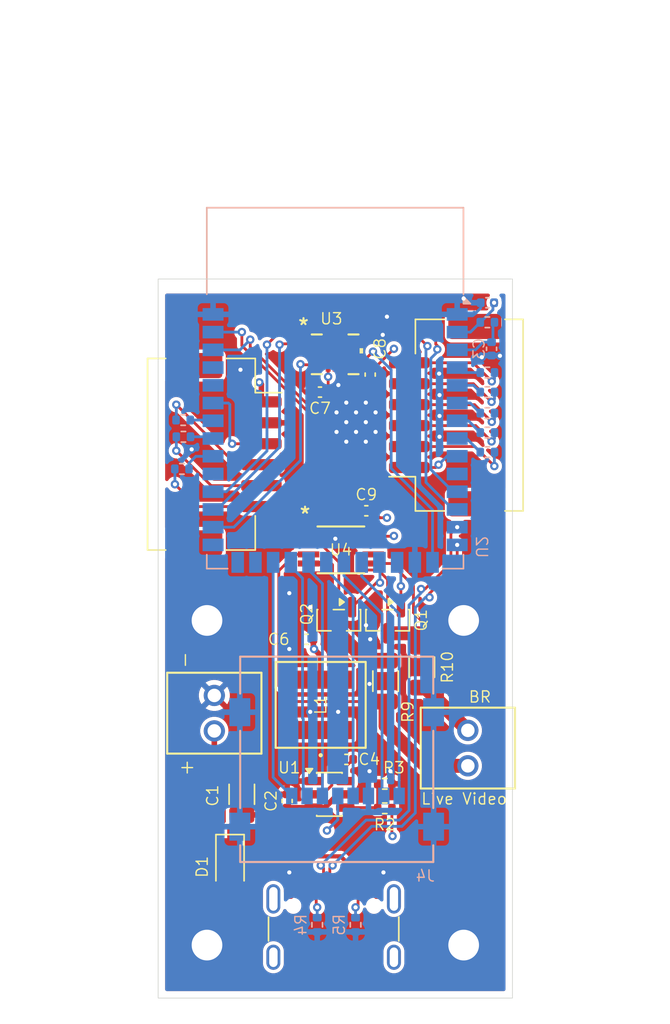
<source format=kicad_pcb>
(kicad_pcb (version 20241229) (generator "pcbnew") (generator_version "9.0")
  (layers (0 "F.Cu" signal) (4 "In1.Cu" signal) (6 "In2.Cu" signal) (2 "B.Cu" signal) (13 "F.Paste" user) (15 "B.Paste" user) (5 "F.SilkS" user "F.Silkscreen") (7 "B.SilkS" user "B.Silkscreen") (1 "F.Mask" user) (3 "B.Mask" user) (25 "Edge.Cuts" user))
  (net 0 "")
  (net 1 "VBUS")
  (net 2 "GND")
  (net 3 "Net-(U1-CB)")
  (net 4 "Net-(U1-SW)")
  (net 5 "+3.3V")
  (net 6 "Net-(D1-A)")
  (net 7 "USB_D-")
  (net 9 "USB_D+")
  (net 11 "Net-(J5-CC2)")
  (net 13 "Remote Start 1")
  (net 14 "Remote Start 2")
  (net 15 "Net-(U2-EN)")
  (net 16 "Net-(U1-FB)")
  (net 17 "Net-(J5-CC1)")
  (net 22 "Net-(J1-Pin_6)")
  (net 25 "LSM_CS")
  (net 26 "LSM_MISO")
  (net 27 "LSM_INT2")
  (net 28 "LSM_INT1")
  (net 29 "LSM_MOSI")
  (net 31 "FIN_CS3")
  (net 32 "FIN_CS2")
  (net 36 "FIN_CS1")
  (net 37 "FIN_CS4")
  (net 38 "FIN_SCK")
  (net 39 "FIN_MOSI")
  (net 40 "FIN_CLK")
  (net 41 "FIN_DRDY")
  (net 42 "FIN_MISO")
  (net 43 "FIN_RST")
  (net 45 "LSM_SCK")
  (net 46 "Net-(J6-Pin_2)")
  (net 47 "Net-(J6-Pin_1)")
  (net 48 "SD_DAT3")
  (net 49 "SD_DAT2")
  (net 50 "SD_CLK")
  (net 51 "SD_DAT1")
  (net 52 "SD_DAT0")
  (net 53 "SD_CMD")
  (net 54 "Net-(J1-Pin_4)")
  (net 55 "Net-(J2-Pin_2)")
  (net 56 "IMP_OUT1")
  (net 58 "IMP_OUT2")
  (net 59 "Net-(Q1-D)")
  (net 60 "Net-(Q2-D)")
  (net 61 "Net-(J1-Pin_5)")
  (net 62 "Net-(J2-Pin_6)")
  (net 63 "Net-(J2-Pin_4)")
  (net 64 "Net-(J2-Pin_3)")
  (net 65 "Net-(J2-Pin_5)")
  (footprint "Connector_USB:USB_C_Receptacle_GCT_USB4105-xx-A_16P_TopMnt_Horizontal" (layer "F.Cu") (at 144.661895 126.246555)
    (property "Reference" "J5" (hide yes))
    (property "Value" "USB_C_Receptacle_USB2.0_16P")
  )
  (footprint "MountingHole:MountingHole_2.2mm_M2_DIN965_Pad" (layer "F.Cu") (at 153.982 103.2)
    (property "Reference" "H2" (hide yes))
    (property "Value" "MountingHole_Pad" (hide yes))
  )
  (footprint "Resistor_SMD:R_0402_1005Metric" (layer "F.Cu") (at 148.326895 114.901555)
    (property "Reference" "R3")
    (property "Value" "22.1k")
  )
  (footprint "Resistor_SMD:R_1206_3216Metric" (layer "F.Cu") (at 150.981895 106.546555 -90)
    (property "Reference" "R10")
    (property "Value" "100 mOhm")
  )
  (footprint "Connector_JST:JST_ZE_SM06B-ZESS-TB_1x06-1MP_P1.50mm_Horizontal" (layer "F.Cu") (at 136.906895 91.296555 -90)
    (property "Reference" "J1" (hide yes))
    (property "Value" "Conn_01x06_Pin")
  )
  (footprint "Library:CONN2_282834-2_TEC" (layer "F.Cu") (at 136.106895 108.571555 -90)
    (property "Reference" "J3" (hide yes))
    (property "Value" "Power Connector")
  )
  (footprint "Capacitor_SMD:C_0402_1005Metric" (layer "F.Cu") (at 143.681895 86.846555 180)
    (property "Reference" "C7")
    (property "Value" "100nF")
  )
  (footprint "Package_TO_SOT_SMD:SOT-23" (layer "F.Cu") (at 145.031895 103.184055 -90)
    (property "Reference" "Q2")
    (property "Value" "DMN3404L")
  )
  (footprint "MountingHole:MountingHole_2.2mm_M2_DIN965_Pad" (layer "F.Cu") (at 153.982 126.45)
    (property "Reference" "H4" (hide yes))
    (property "Value" "MountingHole_Pad" (hide yes))
  )
  (footprint "Library:DGK8_TEX-M" (layer "F.Cu") (at 145.181895 98.146555)
    (property "Reference" "U4")
    (property "Value" "INA2180A1IDGKR")
  )
  (footprint "Capacitor_SMD:C_0402_1005Metric" (layer "F.Cu") (at 147.001895 95.346555)
    (property "Reference" "C9")
    (property "Value" "0.1uF")
  )
  (footprint "Capacitor_SMD:C_0402_1005Metric" (layer "F.Cu") (at 145.576895 113.151555 180)
    (property "Reference" "C4")
    (property "Value" "100nF")
  )
  (footprint "MountingHole:MountingHole_2.2mm_M2_DIN965_Pad" (layer "F.Cu") (at 135.582 103.2)
    (property "Reference" "H1" (hide yes))
    (property "Value" "MountingHole_Pad" (hide yes))
  )
  (footprint "Resistor_SMD:R_1206_3216Metric" (layer "F.Cu") (at 148.381895 107.546555 90)
    (property "Reference" "R9")
    (property "Value" "100 mOhm")
  )
  (footprint "Library:LGA-14L_2P5X3X0P83_STM-M" (layer "F.Cu") (at 144.7676 84.140255)
    (property "Reference" "U3")
    (property "Value" "LSM6DSO32TR")
  )
  (footprint "Diode_SMD:D_PowerDI-123" (layer "F.Cu") (at 137.231895 120.846555 -90)
    (property "Reference" "D1")
    (property "Value" "DFLS160-7")
  )
  (footprint "Capacitor_SMD:C_0402_1005Metric" (layer "F.Cu") (at 147.281895 85.59311 -90)
    (property "Reference" "C8")
    (property "Value" "100nF")
  )
  (footprint "MountingHole:MountingHole_2.2mm_M2_DIN965_Pad" (layer "F.Cu") (at 135.582 126.45)
    (property "Reference" "H3" (hide yes))
    (property "Value" "MountingHole_Pad" (hide yes))
  )
  (footprint "Capacitor_SMD:C_1206_3216Metric" (layer "F.Cu") (at 138.076895 115.651555 90)
    (property "Reference" "C1")
    (property "Value" "33uF")
  )
  (footprint "Library:IND_EXLA1V0505-220-R_EAT" (layer "F.Cu") (at 143.731895 109.246555 90)
    (property "Reference" "L1")
    (property "Value" "6.8uH")
  )
  (footprint "Capacitor_SMD:C_0402_1005Metric" (layer "F.Cu") (at 141.326895 116.131555 90)
    (property "Reference" "C2")
    (property "Value" "100nF")
  )
  (footprint "Library:CONN2_282834-2_TEC" (layer "F.Cu") (at 154.281895 113.611655 90)
    (property "Reference" "J6" (hide yes))
    (property "Value" "Conn_01x02_Pin")
  )
  (footprint "Package_TO_SOT_SMD:SOT-23" (layer "F.Cu") (at 148.531895 103.184055 -90)
    (property "Reference" "Q1")
    (property "Value" "DMN3404L")
  )
  (footprint "Connector_JST:JST_ZE_SM06B-ZESS-TB_1x06-1MP_P1.50mm_Horizontal" (layer "F.Cu") (at 152.656895 88.496555 90)
    (property "Reference" "J2" (hide yes))
    (property "Value" "Conn_01x06_Pin")
  )
  (footprint "Package_TO_SOT_SMD:SOT-23-6" (layer "F.Cu") (at 144.3575 115.655)
    (property "Reference" "U1")
    (property "Value" "LMR51420X")
  )
  (footprint "Capacitor_SMD:C_0402_1005Metric" (layer "F.Cu") (at 142.727129 104.551234 180)
    (property "Reference" "C6")
    (property "Value" "47uF")
  )
  (footprint "Resistor_SMD:R_0402_1005Metric" (layer "F.Cu") (at 148.326895 116.651555 180)
    (property "Reference" "R2")
    (property "Value" "100k")
  )
  (footprint "Capacitor_SMD:C_0402_1005Metric" (layer "B.Cu") (at 155.681895 80.446555 180)
    (property "Reference" "C5" (hide yes))
    (property "Value" "100nF")
  )
  (footprint "Resistor_SMD:R_0402_1005Metric" (layer "B.Cu") (at 155.681895 88.346555 180)
    (property "Reference" "R14" (hide yes))
    (property "Value" "200 Ohm")
  )
  (footprint "Resistor_SMD:R_0402_1005Metric" (layer "B.Cu") (at 133.891895 90.046555)
    (property "Reference" "R11" (hide yes))
    (property "Value" "200 Ohm")
  )
  (footprint "Resistor_SMD:R_0402_1005Metric" (layer "B.Cu") (at 155.681895 81.846555)
    (property "Reference" "R1" (hide yes))
    (property "Value" "100k")
  )
  (footprint "Resistor_SMD:R_0402_1005Metric" (layer "B.Cu") (at 143.481895 124.996555 -90)
    (property "Reference" "R4")
    (property "Value" "5.1k")
  )
  (footprint "Resistor_SMD:R_0402_1005Metric" (layer "B.Cu") (at 155.681895 85.446555 180)
    (property "Reference" "R12" (hide yes))
    (property "Value" "200 Ohm")
  )
  (footprint "Resistor_SMD:R_0402_1005Metric" (layer "B.Cu") (at 133.871895 88.846555)
    (property "Reference" "R7" (hide yes))
    (property "Value" "200 Ohm")
  )
  (footprint "Capacitor_SMD:C_0402_1005Metric" (layer "B.Cu") (at 155.981895 83.746555 -90)
    (property "Reference" "C3")
    (property "Value" "100nF")
  )
  (footprint "Library:CONN_MEM2067-02-180-00-A_GCT" (layer "B.Cu") (at 144.881895 113.146555 180)
    (property "Reference" "J4")
    (property "Value" "Micro_SD_Card")
  )
  (footprint "Resistor_SMD:R_0402_1005Metric" (layer "B.Cu") (at 155.681895 91.146555 180)
    (property "Reference" "R8" (hide yes))
    (property "Value" "200 Ohm")
  )
  (footprint "Resistor_SMD:R_0402_1005Metric" (layer "B.Cu") (at 133.781895 92.346555)
    (property "Reference" "R6" (hide yes))
    (property "Value" "200 Ohm")
  )
  (footprint "RF_Module:ESP32-S3-WROOM-1" (layer "B.Cu") (at 144.7676 86.54 180)
    (property "Reference" "U2")
    (property "Value" "ESP32-S3-WROOM-1")
  )
  (footprint "Resistor_SMD:R_0402_1005Metric" (layer "B.Cu") (at 155.681895 86.846555 180)
    (property "Reference" "R13" (hide yes))
    (property "Value" "200 Ohm")
  )
  (footprint "Resistor_SMD:R_0402_1005Metric" (layer "B.Cu") (at 155.681895 89.746555 180)
    (property "Reference" "R15" (hide yes))
    (property "Value" "200 Ohm")
  )
  (footprint "Resistor_SMD:R_0402_1005Metric" (layer "B.Cu") (at 146.231895 124.996555 -90)
    (property "Reference" "R5")
    (property "Value" "5.1k")
  )
  (gr_rect (start 132.08 78.746555) (end 157.48 130.246555) (stroke (width 0.05)) (fill no) (layer "Edge.Cuts"))
  (gr_text "+" (at 133.481895 114.246555 0) (layer "F.SilkS") (effects (font (size 1 1) (thickness 0.1)) (justify left bottom)))
  (gr_text "Live Video" (at 150.881895 116.446555 0) (layer "F.SilkS") (effects (font (size 0.8 0.8) (thickness 0.1)) (justify left bottom)))
  (gr_text "-" (at 134.541895 106.716555 90) (layer "F.SilkS") (effects (font (size 1 1) (thickness 0.1)) (justify left bottom)))
  (gr_text "BR" (at 154.281895 109.146555 0) (layer "F.SilkS") (effects (font (size 0.8 0.8) (thickness 0.1)) (justify left bottom)))
  (segment (start 144.97345 115.655) (end 144.02345 116.605) (width 0.4) (layer "F.Cu") (net 1))
  (segment (start 138.076895 117.126555) (end 136.106895 115.156555) (width 0.4) (layer "F.Cu") (net 1))
  (segment (start 143.213445 116.611555) (end 143.22 116.605) (width 0.4) (layer "F.Cu") (net 1))
  (segment (start 138.076895 117.126555) (end 140.811895 117.126555) (width 0.4) (layer "F.Cu") (net 1))
  (segment (start 145.495 115.655) (end 144.97345 115.655) (width 0.4) (layer "F.Cu") (net 1))
  (segment (start 137.231895 117.971555) (end 138.076895 117.126555) (width 0.4) (layer "F.Cu") (net 1))
  (segment (start 140.811895 117.126555) (end 141.326895 116.611555) (width 0.4) (layer "F.Cu") (net 1))
  (segment (start 144.02345 116.605) (end 143.22 116.605) (width 0.4) (layer "F.Cu") (net 1))
  (segment (start 137.231895 119.996555) (end 137.231895 117.971555) (width 0.4) (layer "F.Cu") (net 1))
  (segment (start 136.106895 115.156555) (end 136.106895 111.111555) (width 0.4) (layer "F.Cu") (net 1))
  (segment (start 141.326895 116.611555) (end 143.213445 116.611555) (width 0.4) (layer "F.Cu") (net 1))
  (segment (start 147.861895 121.616555) (end 148.231895 121.246555) (width 0.2) (layer "F.Cu") (net 2))
  (segment (start 147.861895 122.566555) (end 147.861895 121.616555) (width 0.2) (layer "F.Cu") (net 2))
  (segment (start 141.461895 121.266555) (end 141.481895 121.246555) (width 0.2) (layer "F.Cu") (net 2))
  (segment (start 148.836895 114.901555) (end 148.836895 114.101555) (width 0.2) (layer "F.Cu") (net 2))
  (segment (start 141.461895 122.566555) (end 141.461895 121.266555) (width 0.2) (layer "F.Cu") (net 2))
  (segment (start 148.836895 114.101555) (end 148.731895 113.996555) (width 0.2) (layer "F.Cu") (net 2))
  (via (at 147.231895 107.746555) (size 0.6) (drill 0.3) (layers "F.Cu" "B.Cu") (net 2))
  (via (at 144.981895 109.746555) (size 0.6) (drill 0.3) (layers "F.Cu" "B.Cu") (net 2))
  (via (at 147.281895 104.546555) (size 0.6) (drill 0.3) (layers "F.Cu" "B.Cu") (net 2))
  (via (at 152.250801 88.556242) (size 0.6) (drill 0.3) (layers "F.Cu" "B.Cu") (net 2))
  (via (at 156.581895 84.246555) (size 0.6) (drill 0.3) (layers "F.Cu" "B.Cu") (net 2))
  (via (at 148.181895 82.746555) (size 0.6) (drill 0.3) (layers "F.Cu" "B.Cu") (net 2))
  (via (at 153.981895 80.146555) (size 0.6) (drill 0.3) (layers "F.Cu" "B.Cu") (net 2))
  (via (at 141.481895 105.246555) (size 0.6) (drill 0.3) (layers "F.Cu" "B.Cu") (net 2))
  (via (at 137.981895 85.246555) (size 0.6) (drill 0.3) (layers "F.Cu" "B.Cu") (net 2))
  (via (at 144.781895 97.346555) (size 0.6) (drill 0.3) (layers "F.Cu" "B.Cu") (net 2))
  (via (at 134.481895 90.946555) (size 0.6) (drill 0.3) (layers "F.Cu" "B.Cu") (net 2))
  (via (at 148.731895 113.996555) (size 0.6) (drill 0.3) (layers "F.Cu" "B.Cu") (net 2))
  (via (at 144.999494 86.34311) (size 0.6) (drill 0.3) (layers "F.Cu" "B.Cu") (net 2))
  (via (at 147.231895 113.996555) (size 0.6) (drill 0.3) (layers "F.Cu" "B.Cu") (net 2))
  (via (at 155.281895 84.346555) (size 0.6) (drill 0.3) (layers "F.Cu" "B.Cu") (net 2))
  (via (at 141.481895 101.246555) (size 0.6) (drill 0.3) (layers "F.Cu" "B.Cu") (net 2))
  (via (at 148.231895 121.246555) (size 0.6) (drill 0.3) (layers "F.Cu" "B.Cu") (net 2))
  (via (at 152.250801 87.060929) (size 0.6) (drill 0.3) (layers "F.Cu" "B.Cu") (net 2))
  (via (at 146.981895 103.546555) (size 0.6) (drill 0.3) (layers "F.Cu" "B.Cu") (net 2))
  (via (at 152.250362 90.043964) (size 0.6) (drill 0.3) (layers "F.Cu" "B.Cu") (net 2))
  (via (at 152.223613 85.524835) (size 0.6) (drill 0.3) (layers "F.Cu" "B.Cu") (net 2))
  (via (at 142.981895 109.746555) (size 0.6) (drill 0.3) (layers "F.Cu" "B.Cu") (net 2))
  (via (at 141.481895 121.246555) (size 0.6) (drill 0.3) (layers "F.Cu" "B.Cu") (net 2))
  (via (at 148.481895 81.446555) (size 0.6) (drill 0.3) (layers "F.Cu" "B.Cu") (net 2))
  (via (at 142.981895 102.246555) (size 0.6) (drill 0.3) (layers "F.Cu" "B.Cu") (net 2))
  (segment (start 154.74845 81.28) (end 153.5176 81.28) (width 0.2) (layer "B.Cu") (net 2))
  (segment (start 147.156894 114.071556) (end 147.231895 113.996555) (width 0.2) (layer "B.Cu") (net 2))
  (segment (start 155.201895 80.446555) (end 155.201895 80.826555) (width 0.2) (layer "B.Cu") (net 2))
  (segment (start 155.201895 80.826555) (end 154.74845 81.28) (width 0.2) (layer "B.Cu") (net 2))
  (segment (start 147.156894 115.770256) (end 147.156894 114.071556) (width 0.2) (layer "B.Cu") (net 2))
  (segment (start 145.495 113.71345) (end 146.056895 113.151555) (width 0.2) (layer "F.Cu") (net 3))
  (segment (start 145.495 114.705) (end 145.495 113.71345) (width 0.2) (layer "F.Cu") (net 3))
  (segment (start 144.5315 113.71695) (end 145.096895 113.151555) (width 0.2) (layer "F.Cu") (net 4))
  (segment (start 145.096895 112.266555) (end 145.096895 113.151555) (width 0.2) (layer "F.Cu") (net 4))
  (segment (start 143.882499 115.655) (end 144.5315 115.005999) (width 0.2) (layer "F.Cu") (net 4))
  (segment (start 143.731895 110.901555) (end 145.096895 112.266555) (width 0.2) (layer "F.Cu") (net 4))
  (segment (start 143.22 115.655) (end 143.882499 115.655) (width 0.2) (layer "F.Cu") (net 4))
  (segment (start 144.5315 115.005999) (end 144.5315 113.71695) (width 0.2) (layer "F.Cu") (net 4))
  (segment (start 147.481895 95.346555) (end 147.981895 95.846555) (width 0.2) (layer "F.Cu") (net 5))
  (segment (start 147.281895 85.11311) (end 147.61534 85.11311) (width 0.2) (layer "F.Cu") (net 5))
  (segment (start 148.836895 118.601555) (end 148.881895 118.646555) (width 0.2) (layer "F.Cu") (net 5))
  (segment (start 143.731895 107.444255) (end 143.731895 105.721555) (width 0.4) (layer "F.Cu") (net 5))
  (segment (start 146.159199 85.071555) (end 145.9779 84.890256) (width 0.2) (layer "F.Cu") (net 5))
  (segment (start 145.227726 86.89411) (end 145.9779 86.143936) (width 0.2) (layer "F.Cu") (net 5))
  (segment (start 143.731895 105.721555) (end 143.256895 105.246555) (width 0.4) (layer "F.Cu") (net 5))
  (segment (start 145.9779 86.143936) (end 145.9779 84.890256) (width 0.2) (layer "F.Cu") (net 5))
  (segment (start 144.267601 85.096555) (end 144.267601 85.746555) (width 0.2) (layer "F.Cu") (net 5))
  (segment (start 147.61534 85.11311) (end 148.981895 83.746555) (width 0.2) (layer "F.Cu") (net 5))
  (segment (start 143.207129 105.196789) (end 143.256895 105.246555) (width 0.4) (layer "F.Cu") (net 5))
  (segment (start 144.161895 86.846555) (end 144.20945 86.89411) (width 0.2) (layer "F.Cu") (net 5))
  (segment (start 147.499645 97.171556) (end 148.956894 97.171556) (width 0.2) (layer "F.Cu") (net 5))
  (segment (start 148.836895 116.651555) (end 148.836895 118.601555) (width 0.2) (layer "F.Cu") (net 5))
  (segment (start 144.267601 85.746555) (end 144.267601 86.740849) (width 0.2) (layer "F.Cu") (net 5))
  (segment (start 139.481895 86.296555) (end 139.331895 86.146555) (width 0.4) (layer "F.Cu") (net 5))
  (segment (start 148.956894 97.171556) (end 148.981895 97.146555) (width 0.2) (layer "F.Cu") (net 5))
  (segment (start 147.059041 84.890256) (end 147.281895 85.11311) (width 0.2) (layer "F.Cu") (net 5))
  (segment (start 144.267601 86.740849) (end 144.161895 86.846555) (width 0.2) (layer "F.Cu") (net 5))
  (segment (start 144.20945 86.89411) (end 145.227726 86.89411) (width 0.2) (layer "F.Cu") (net 5))
  (segment (start 147.981895 95.846555) (end 148.481895 95.846555) (width 0.2) (layer "F.Cu") (net 5))
  (segment (start 145.9779 84.890256) (end 147.059041 84.890256) (width 0.2) (layer "F.Cu") (net 5))
  (segment (start 143.207129 104.551234) (end 143.207129 105.196789) (width 0.4) (layer "F.Cu") (net 5))
  (segment (start 139.481895 87.546555) (end 139.481895 86.296555) (width 0.4) (layer "F.Cu") (net 5))
  (via (at 143.256895 105.246555) (size 0.6) (drill 0.3) (layers "F.Cu" "B.Cu") (net 5))
  (via (at 148.881895 118.646555) (size 0.6) (drill 0.3) (layers "F.Cu" "B.Cu") (net 5))
  (via (at 148.981895 83.746555) (size 0.6) (drill 0.3) (layers "F.Cu" "B.Cu") (net 5))
  (via (at 139.331895 86.146555) (size 0.6) (drill 0.3) (layers "F.Cu" "B.Cu") (net 5))
  (via (at 148.481895 95.846555) (size 0.6) (drill 0.3) (layers "F.Cu" "B.Cu") (net 5))
  (via (at 144.181895 118.246555) (size 0.6) (drill 0.3) (layers "F.Cu" "B.Cu") (net 5))
  (via (at 144.267601 85.746555) (size 0.6) (drill 0.3) (layers "F.Cu" "B.Cu") (net 5))
  (via (at 148.981895 97.146555) (size 0.6) (drill 0.3) (layers "F.Cu" "B.Cu") (net 5))
  (via (at 156.161895 80.446555) (size 0.6) (drill 0.3) (layers "F.Cu" "B.Cu") (net 5))
  (segment (start 156.081895 80.946555) (end 156.081895 80.526555) (width 0.2) (layer "B.Cu") (net 5))
  (segment (start 153.5176 82.55) (end 154.46845 82.55) (width 0.2) (layer "B.Cu") (net 5))
  (segment (start 144.956896 117.471554) (end 144.181895 118.246555) (width 0.2) (layer "B.Cu") (net 5))
  (segment (start 155.181895 81.846555) (end 156.081895 80.946555) (width 0.2) (layer "B.Cu") (net 5))
  (segment (start 154.46845 82.55) (end 155.171895 81.846555) (width 0.2) (layer "B.Cu") (net 5))
  (segment (start 156.081895 80.526555) (end 156.161895 80.446555) (width 0.2) (layer "B.Cu") (net 5))
  (segment (start 144.956896 115.770256) (end 144.956896 117.471554) (width 0.2) (layer "B.Cu") (net 5))
  (segment (start 155.171895 81.846555) (end 155.181895 81.846555) (width 0.2) (layer "B.Cu") (net 5))
  (segment (start 139.507895 120.095555) (end 142.481895 120.095555) (width 0.3) (layer "F.Cu") (net 6))
  (segment (start 147.061895 122.566555) (end 147.061895 121.991556) (width 0.3) (layer "F.Cu") (net 6))
  (segment (start 142.481895 120.095555) (end 143.467241 120.095555) (width 0.3) (layer "F.Cu") (net 6))
  (segment (start 142.261895 120.315555) (end 142.481895 120.095555) (width 0.3) (layer "F.Cu") (net 6))
  (segment (start 145.165894 120.095555) (end 143.467241 120.095555) (width 0.3) (layer "F.Cu") (net 6))
  (segment (start 142.261895 122.566555) (end 142.261895 120.315555) (width 0.3) (layer "F.Cu") (net 6))
  (segment (start 137.231895 122.371555) (end 139.507895 120.095555) (width 0.3) (layer "F.Cu") (net 6))
  (segment (start 147.061895 121.991556) (end 145.165894 120.095555) (width 0.3) (layer "F.Cu") (net 6))
  (segment (start 153.0676 96.97) (end 153.5176 96.52) (width 0.2) (layer "F.Cu") (net 7))
  (segment (start 144.911895 123.175379) (end 144.644719 123.442555) (width 0.2) (layer "F.Cu") (net 7))
  (segment (start 150.931374 100.946034) (end 151.214217 100.946034) (width 0.2) (layer "F.Cu") (net 7))
  (segment (start 144.644719 123.442555) (end 144.179071 123.442555) (width 0.2) (layer "F.Cu") (net 7))
  (segment (start 143.936894 122.541556) (end 143.936894 120.946554) (width 0.2) (layer "F.Cu") (net 7))
  (segment (start 144.911895 122.566555) (end 144.911895 123.175379) (width 0.2) (layer "F.Cu") (net 7))
  (segment (start 143.936894 120.946554) (end 143.736895 120.746555) (width 0.2) (layer "F.Cu") (net 7))
  (segment (start 143.911895 122.566555) (end 143.936894 122.541556) (width 0.2) (layer "F.Cu") (net 7))
  (segment (start 151.214217 100.946034) (end 153.0676 99.092651) (width 0.2) (layer "F.Cu") (net 7))
  (segment (start 144.179071 123.442555) (end 143.911895 123.175379) (width 0.2) (layer "F.Cu") (net 7))
  (segment (start 153.0676 99.092651) (end 153.0676 96.97) (width 0.2) (layer "F.Cu") (net 7))
  (segment (start 143.911895 123.175379) (end 143.911895 122.566555) (width 0.2) (layer "F.Cu") (net 7))
  (via (at 150.931374 100.946034) (size 0.6) (drill 0.3) (layers "F.Cu" "B.Cu") (net 7))
  (via (at 143.736895 120.746555) (size 0.6) (drill 0.3) (layers "F.Cu" "B.Cu") (net 7))
  (via (at 153.5176 96.52) (size 0.6) (drill 0.3) (layers "F.Cu" "B.Cu") (net 7))
  (segment (start 150.931374 101.228877) (end 150.064295 102.095956) (width 0.2) (layer "B.Cu") (net 7))
  (segment (start 150.931374 100.946034) (end 150.931374 101.228877) (width 0.2) (layer "B.Cu") (net 7))
  (segment (start 146.986875 117.496575) (end 143.736895 120.746555) (width 0.2) (layer "B.Cu") (net 7))
  (segment (start 150.064295 116.808136) (end 149.375856 117.496575) (width 0.2) (layer "B.Cu") (net 7))
  (segment (start 150.064295 102.095956) (end 150.064295 116.808136) (width 0.2) (layer "B.Cu") (net 7))
  (segment (start 149.375856 117.496575) (end 146.986875 117.496575) (width 0.2) (layer "B.Cu") (net 7))
  (segment (start 151.532416 101.264233) (end 153.5176 99.279049) (width 0.2) (layer "F.Cu") (net 9))
  (segment (start 144.411895 121.957731) (end 144.679071 121.690555) (width 0.2) (layer "F.Cu") (net 9))
  (segment (start 144.411895 122.566555) (end 144.386896 122.541556) (width 0.2) (layer "F.Cu") (net 9))
  (segment (start 144.386896 120.946554) (end 144.586895 120.746555) (width 0.2) (layer "F.Cu") (net 9))
  (segment (start 145.144719 121.690555) (end 145.411895 121.957731) (width 0.2) (layer "F.Cu") (net 9))
  (segment (start 144.411895 122.566555) (end 144.411895 121.957731) (width 0.2) (layer "F.Cu") (net 9))
  (segment (start 145.411895 121.957731) (end 145.411895 122.566555) (width 0.2) (layer "F.Cu") (net 9))
  (segment (start 144.679071 121.690555) (end 145.144719 121.690555) (width 0.2) (layer "F.Cu") (net 9))
  (segment (start 153.5176 99.279049) (end 153.5176 97.79) (width 0.2) (layer "F.Cu") (net 9))
  (segment (start 144.386896 122.541556) (end 144.386896 120.946554) (width 0.2) (layer "F.Cu") (net 9))
  (segment (start 151.532416 101.547076) (end 151.532416 101.264233) (width 0.2) (layer "F.Cu") (net 9))
  (via (at 151.532416 101.547076) (size 0.6) (drill 0.3) (layers "F.Cu" "B.Cu") (net 9))
  (via (at 144.586895 120.746555) (size 0.6) (drill 0.3) (layers "F.Cu" "B.Cu") (net 9))
  (via (at 153.5176 97.79) (size 0.6) (drill 0.3) (layers "F.Cu" "B.Cu") (net 9))
  (segment (start 149.552079 117.946555) (end 147.386895 117.946555) (width 0.2) (layer "B.Cu") (net 9))
  (segment (start 151.532416 101.547076) (end 151.249573 101.547076) (width 0.2) (layer "B.Cu") (net 9))
  (segment (start 151.249573 101.547076) (end 150.514275 102.282374) (width 0.2) (layer "B.Cu") (net 9))
  (segment (start 150.514275 102.282374) (end 150.514275 116.984359) (width 0.2) (layer "B.Cu") (net 9))
  (segment (start 147.386895 117.946555) (end 144.586895 120.746555) (width 0.2) (layer "B.Cu") (net 9))
  (segment (start 150.514275 116.984359) (end 149.552079 117.946555) (width 0.2) (layer "B.Cu") (net 9))
  (segment (start 146.411895 123.566555) (end 146.231895 123.746555) (width 0.2) (layer "F.Cu") (net 11))
  (segment (start 146.411895 122.566555) (end 146.411895 123.566555) (width 0.2) (layer "F.Cu") (net 11))
  (via (at 146.231895 123.746555) (size 0.6) (drill 0.3) (layers "F.Cu" "B.Cu") (net 11))
  (segment (start 146.231895 123.746555) (end 146.231895 124.486555) (width 0.2) (layer "B.Cu") (net 11))
  (segment (start 149.481895 102.246555) (end 149.481895 100.746555) (width 0.2) (layer "F.Cu") (net 13))
  (via (at 149.481895 100.746555) (size 0.6) (drill 0.3) (layers "F.Cu" "B.Cu") (net 13))
  (segment (start 149.481895 100.746555) (end 149.481895 99.309295) (width 0.2) (layer "B.Cu") (net 13))
  (segment (start 149.481895 99.309295) (end 149.2126 99.04) (width 0.2) (layer "B.Cu") (net 13))
  (segment (start 147.731895 100.496555) (end 147.981895 100.496555) (width 0.2) (layer "F.Cu") (net 14))
  (segment (start 145.981895 102.246555) (end 147.731895 100.496555) (width 0.2) (layer "F.Cu") (net 14))
  (via (at 147.981895 100.496555) (size 0.6) (drill 0.3) (layers "F.Cu" "B.Cu") (net 14))
  (segment (start 147.981895 99.079295) (end 147.9426 99.04) (width 0.2) (layer "B.Cu") (net 14))
  (segment (start 147.981895 100.496555) (end 147.981895 99.079295) (width 0.2) (layer "B.Cu") (net 14))
  (segment (start 155.981895 83.266555) (end 156.081895 83.166555) (width 0.2) (layer "B.Cu") (net 15))
  (segment (start 155.381895 83.266555) (end 155.981895 83.266555) (width 0.2) (layer "B.Cu") (net 15))
  (segment (start 156.081895 83.166555) (end 156.081895 81.956555) (width 0.2) (layer "B.Cu") (net 15))
  (segment (start 156.081895 81.956555) (end 156.191895 81.846555) (width 0.2) (layer "B.Cu") (net 15))
  (segment (start 154.82845 83.82) (end 155.381895 83.266555) (width 0.2) (layer "B.Cu") (net 15))
  (segment (start 153.5176 83.82) (end 154.82845 83.82) (width 0.2) (layer "B.Cu") (net 15))
  (segment (start 145.495 116.605) (end 147.77034 116.605) (width 0.2) (layer "F.Cu") (net 16))
  (segment (start 147.816895 114.901555) (end 147.816895 116.651555) (width 0.2) (layer "F.Cu") (net 16))
  (segment (start 147.77034 116.605) (end 147.816895 116.651555) (width 0.2) (layer "F.Cu") (net 16))
  (segment (start 143.411895 122.566555) (end 143.411895 123.676555) (width 0.2) (layer "F.Cu") (net 17))
  (segment (start 143.411895 123.676555) (end 143.481895 123.746555) (width 0.2) (layer "F.Cu") (net 17))
  (via (at 143.481895 123.746555) (size 0.6) (drill 0.3) (layers "F.Cu" "B.Cu") (net 17))
  (segment (start 143.481895 123.746555) (end 143.481895 124.486555) (width 0.2) (layer "B.Cu") (net 17))
  (segment (start 139.481895 95.046555) (end 134.881895 95.046555) (width 0.2) (layer "F.Cu") (net 22))
  (segment (start 134.881895 95.046555) (end 133.281895 93.446555) (width 0.2) (layer "F.Cu") (net 22))
  (via (at 133.281895 93.446555) (size 0.6) (drill 0.3) (layers "F.Cu" "B.Cu") (net 22))
  (segment (start 133.281895 92.356555) (end 133.271895 92.346555) (width 0.2) (layer "B.Cu") (net 22))
  (segment (start 133.281895 93.446555) (end 133.281895 92.356555) (width 0.2) (layer "B.Cu") (net 22))
  (segment (start 145.267599 83.183955) (end 146.453999 81.997555) (width 0.2) (layer "F.Cu") (net 25))
  (segment (start 149.832895 81.997555) (end 151.381895 83.546555) (width 0.2) (layer "F.Cu") (net 25))
  (segment (start 146.453999 81.997555) (end 149.832895 81.997555) (width 0.2) (layer "F.Cu") (net 25))
  (via (at 151.381895 83.546555) (size 0.6) (drill 0.3) (layers "F.Cu" "B.Cu") (net 25))
  (segment (start 153.2176 95.25) (end 153.5176 95.25) (width 0.2) (layer "B.Cu") (net 25))
  (segment (start 151.279895 83.648555) (end 151.279895 93.312295) (width 0.2) (layer "B.Cu") (net 25))
  (segment (start 151.279895 93.312295) (end 153.2176 95.25) (width 0.2) (layer "B.Cu") (net 25))
  (segment (start 151.381895 83.546555) (end 151.279895 83.648555) (width 0.2) (layer "B.Cu") (net 25))
  (segment (start 140.838196 83.390254) (end 140.781895 83.446555) (width 0.2) (layer "F.Cu") (net 26))
  (segment (start 143.5573 83.390254) (end 140.838196 83.390254) (width 0.2) (layer "F.Cu") (net 26))
  (via (at 140.781895 83.446555) (size 0.6) (drill 0.3) (layers "F.Cu" "B.Cu") (net 26))
  (segment (start 140.781895 90.785705) (end 136.3176 95.25) (width 0.2) (layer "B.Cu") (net 26))
  (segment (start 140.781895 83.446555) (end 140.781895 90.785705) (width 0.2) (layer "B.Cu") (net 26))
  (segment (start 136.3176 95.25) (end 136.0176 95.25) (width 0.2) (layer "B.Cu") (net 26))
  (segment (start 145.9779 84.390255) (end 147.038195 84.390255) (width 0.2) (layer "F.Cu") (net 27))
  (segment (start 147.038195 84.390255) (end 147.481895 83.946555) (width 0.2) (layer "F.Cu") (net 27))
  (via (at 147.481895 83.946555) (size 0.6) (drill 0.3) (layers "F.Cu" "B.Cu") (net 27))
  (segment (start 151.7526 99.04) (end 151.7526 95.27585) (width 0.2) (layer "B.Cu") (net 27))
  (segment (start 148.781895 85.246555) (end 147.481895 83.946555) (width 0.2) (layer "B.Cu") (net 27))
  (segment (start 151.7526 95.27585) (end 148.781895 92.305145) (width 0.2) (layer "B.Cu") (net 27))
  (segment (start 148.781895 92.305145) (end 148.781895 85.246555) (width 0.2) (layer "B.Cu") (net 27))
  (segment (start 143.5573 84.890256) (end 142.325596 84.890256) (width 0.2) (layer "F.Cu") (net 28))
  (segment (start 142.325596 84.890256) (end 142.281895 84.846555) (width 0.2) (layer "F.Cu") (net 28))
  (via (at 142.281895 84.846555) (size 0.6) (drill 0.3) (layers "F.Cu" "B.Cu") (net 28))
  (segment (start 142.281895 84.846555) (end 142.281895 91.746555) (width 0.2) (layer "B.Cu") (net 28))
  (segment (start 142.281895 91.746555) (end 137.50845 96.52) (width 0.2) (layer "B.Cu") (net 28))
  (segment (start 137.50845 96.52) (end 136.0176 96.52) (width 0.2) (layer "B.Cu") (net 28))
  (segment (start 136.291045 96.246555) (end 136.0176 96.52) (width 0.2) (layer "B.Cu") (net 28))
  (segment (start 144.267601 83.183955) (end 144.267601 82.432261) (width 0.2) (layer "F.Cu") (net 29))
  (segment (start 144.081895 82.246555) (end 141.081895 82.246555) (width 0.2) (layer "F.Cu") (net 29))
  (segment (start 139.881895 83.446555) (end 139.781895 83.546555) (width 0.2) (layer "F.Cu") (net 29))
  (segment (start 141.081895 82.246555) (end 139.881895 83.446555) (width 0.2) (layer "F.Cu") (net 29))
  (segment (start 144.267601 82.432261) (end 144.081895 82.246555) (width 0.2) (layer "F.Cu") (net 29))
  (via (at 139.881895 83.446555) (size 0.6) (drill 0.3) (layers "F.Cu" "B.Cu") (net 29))
  (segment (start 136.9676 93.98) (end 136.0176 93.98) (width 0.2) (layer "B.Cu") (net 29))
  (segment (start 136.034155 93.996555) (end 136.0176 93.98) (width 0.2) (layer "B.Cu") (net 29))
  (segment (start 139.881895 83.446555) (end 139.881895 91.065705) (width 0.2) (layer "B.Cu") (net 29))
  (segment (start 139.881895 91.065705) (end 136.9676 93.98) (width 0.2) (layer "B.Cu") (net 29))
  (segment (start 154.45534 87.63) (end 155.171895 88.346555) (width 0.2) (layer "B.Cu") (net 31))
  (segment (start 153.5176 87.63) (end 154.45534 87.63) (width 0.2) (layer "B.Cu") (net 31))
  (segment (start 153.5176 86.36) (end 154.68534 86.36) (width 0.2) (layer "B.Cu") (net 32))
  (segment (start 154.68534 86.36) (end 155.171895 86.846555) (width 0.2) (layer "B.Cu") (net 32))
  (segment (start 153.874155 85.446555) (end 153.5176 85.09) (width 0.2) (layer "B.Cu") (net 36))
  (segment (start 155.171895 85.446555) (end 153.874155 85.446555) (width 0.2) (layer "B.Cu") (net 36))
  (segment (start 154.32534 88.9) (end 155.171895 89.746555) (width 0.2) (layer "B.Cu") (net 37))
  (segment (start 153.5176 88.9) (end 154.32534 88.9) (width 0.2) (layer "B.Cu") (net 37))
  (segment (start 136.0176 91.44) (end 136.011045 91.446555) (width 0.2) (layer "B.Cu") (net 38))
  (segment (start 136.011045 91.446555) (end 134.781895 91.446555) (width 0.2) (layer "B.Cu") (net 38))
  (segment (start 134.291895 91.936555) (end 134.291895 92.346555) (width 0.2) (layer "B.Cu") (net 38))
  (segment (start 134.781895 91.446555) (end 134.291895 91.936555) (width 0.2) (layer "B.Cu") (net 38))
  (segment (start 135.964155 88.846555) (end 136.0176 88.9) (width 0.2) (layer "B.Cu") (net 39))
  (segment (start 134.381895 88.846555) (end 135.964155 88.846555) (width 0.2) (layer "B.Cu") (net 39))
  (segment (start 154.19534 90.17) (end 155.171895 91.146555) (width 0.2) (layer "B.Cu") (net 40))
  (segment (start 153.5176 90.17) (end 154.19534 90.17) (width 0.2) (layer "B.Cu") (net 40))
  (segment (start 137.381895 90.546555) (end 139.481895 90.546555) (width 0.2) (layer "F.Cu") (net 41))
  (via (at 137.381895 90.546555) (size 0.6) (drill 0.3) (layers "F.Cu" "B.Cu") (net 41))
  (segment (start 137.217602 87.732262) (end 137.11534 87.63) (width 0.2) (layer "B.Cu") (net 41))
  (segment (start 137.217602 90.382262) (end 137.381895 90.546555) (width 0.2) (layer "B.Cu") (net 41))
  (segment (start 137.11534 87.63) (end 136.0176 87.63) (width 0.2) (layer "B.Cu") (net 41))
  (segment (start 137.217602 87.732262) (end 137.217602 90.382262) (width 0.2) (layer "B.Cu") (net 41))
  (segment (start 135.894155 90.046555) (end 136.0176 90.17) (width 0.2) (layer "B.Cu") (net 42))
  (segment (start 136.0176 90.17) (end 136.65534 90.17) (width 0.2) (layer "B.Cu") (net 42))
  (segment (start 134.401895 90.046555) (end 135.894155 90.046555) (width 0.2) (layer "B.Cu") (net 42))
  (segment (start 151.981895 92.246555) (end 150.081895 92.246555) (width 0.2) (layer "F.Cu") (net 43))
  (segment (start 152.181895 92.046555) (end 151.981895 92.246555) (width 0.2) (layer "F.Cu") (net 43))
  (via (at 152.181895 92.046555) (size 0.6) (drill 0.3) (layers "F.Cu" "B.Cu") (net 43))
  (segment (start 153.5176 91.44) (end 152.78845 91.44) (width 0.2) (layer "B.Cu") (net 43))
  (segment (start 152.78845 91.44) (end 152.181895 92.046555) (width 0.2) (layer "B.Cu") (net 43))
  (segment (start 144.7676 83.183955) (end 144.7676 81.06085) (width 0.2) (layer "F.Cu") (net 45))
  (segment (start 151.081895 80.746555) (end 145.081895 80.746555) (width 0.2) (layer "F.Cu") (net 45))
  (segment (start 152.09341 83.522367) (end 151.981895 83.410852) (width 0.2) (layer "F.Cu") (net 45))
  (segment (start 151.981895 83.410852) (end 151.981895 81.646555) (width 0.2) (layer "F.Cu") (net 45))
  (segment (start 151.981895 81.646555) (end 151.081895 80.746555) (width 0.2) (layer "F.Cu") (net 45))
  (segment (start 152.09341 83.783727) (end 152.09341 83.522367) (width 0.2) (layer "F.Cu") (net 45))
  (segment (start 144.7676 81.06085) (end 145.081895 80.746555) (width 0.2) (layer "F.Cu") (net 45))
  (via (at 152.09341 83.783727) (size 0.6) (drill 0.3) (layers "F.Cu" "B.Cu") (net 45))
  (segment (start 152.09341 83.783727) (end 152.09341 83.970743) (width 0.2) (layer "B.Cu") (net 45))
  (segment (start 151.630895 92.393295) (end 153.2176 93.98) (width 0.2) (layer "B.Cu") (net 45))
  (segment (start 152.09341 83.970743) (end 151.630895 84.433258) (width 0.2) (layer "B.Cu") (net 45))
  (segment (start 153.2176 93.98) (end 153.5176 93.98) (width 0.2) (layer "B.Cu") (net 45))
  (segment (start 151.630895 84.433258) (end 151.630895 92.393295) (width 0.2) (layer "B.Cu") (net 45))
  (segment (start 147.499645 99.121554) (end 148.784126 99.121554) (width 0.2) (layer "F.Cu") (net 46))
  (segment (start 154.056895 111.071555) (end 153.981895 111.146555) (width 0.2) (layer "F.Cu") (net 46))
  (segment (start 152.469345 104.734005) (end 152.469345 109.259105) (width 0.2) (layer "F.Cu") (net 46))
  (segment (start 150.981895 108.009055) (end 151.219295 108.009055) (width 1) (layer "F.Cu") (net 46))
  (segment (start 148.784126 99.121554) (end 150.380374 100.717802) (width 0.2) (layer "F.Cu") (net 46))
  (segment (start 152.469345 109.259105) (end 154.281895 111.071655) (width 1) (layer "F.Cu") (net 46))
  (segment (start 150.380374 102.645034) (end 152.469345 104.734005) (width 0.2) (layer "F.Cu") (net 46))
  (segment (start 151.219295 108.009055) (end 152.469345 109.259105) (width 1) (layer "F.Cu") (net 46))
  (segment (start 150.380374 100.717802) (end 150.380374 102.645034) (width 0.2) (layer "F.Cu") (net 46))
  (segment (start 141.895795 98.471556) (end 140.730895 99.636456) (width 0.2) (layer "F.Cu") (net 47))
  (segment (start 140.730895 107.891655) (end 141.848295 109.009055) (width 0.2) (layer "F.Cu") (net 47))
  (segment (start 142.864145 98.471556) (end 141.895795 98.471556) (width 0.2) (layer "F.Cu") (net 47))
  (segment (start 140.730895 99.636456) (end 140.730895 107.891655) (width 0.2) (layer "F.Cu") (net 47))
  (segment (start 151.246995 113.611655) (end 154.281895 113.611655) (width 1) (layer "F.Cu") (net 47))
  (segment (start 148.381895 110.746555) (end 151.246995 113.611655) (width 1) (layer "F.Cu") (net 47))
  (segment (start 141.848295 109.009055) (end 148.381895 109.009055) (width 0.2) (layer "F.Cu") (net 47))
  (segment (start 148.381895 109.009055) (end 148.381895 110.746555) (width 1) (layer "F.Cu") (net 47))
  (segment (start 142.756895 115.770256) (end 142.481895 115.495256) (width 0.2) (layer "B.Cu") (net 48))
  (segment (start 141.5926 99.34) (end 141.5926 99.04) (width 0.2) (layer "B.Cu") (net 48))
  (segment (start 142.430895 100.178295) (end 141.5926 99.34) (width 0.2) (layer "B.Cu") (net 48))
  (segment (start 142.481895 110.246555) (end 142.430895 110.195555) (width 0.2) (layer "B.Cu") (net 48))
  (segment (start 142.481895 115.495256) (end 142.481895 110.246555) (width 0.2) (layer "B.Cu") (net 48))
  (segment (start 142.430895 110.195555) (end 142.430895 100.178295) (width 0.2) (layer "B.Cu") (net 48))
  (segment (start 141.656895 115.770256) (end 140.3226 114.435961) (width 0.2) (layer "B.Cu") (net 49))
  (segment (start 140.3226 114.435961) (end 140.3226 99.04) (width 0.2) (layer "B.Cu") (net 49))
  (segment (start 146.056894 115.770256) (end 146.056894 101.496294) (width 0.2) (layer "B.Cu") (net 50))
  (segment (start 146.056894 101.496294) (end 144.1326 99.572) (width 0.2) (layer "B.Cu") (net 50))
  (segment (start 144.1326 99.572) (end 144.1326 99.04) (width 0.2) (layer "B.Cu") (net 50))
  (segment (start 149.356895 102.721498) (end 146.6726 100.037203) (width 0.2) (layer "B.Cu") (net 51))
  (segment (start 149.356895 115.770256) (end 149.356895 102.721498) (width 0.2) (layer "B.Cu") (net 51))
  (segment (start 146.6726 100.037203) (end 146.6726 99.04) (width 0.2) (layer "B.Cu") (net 51))
  (segment (start 148.256895 115.770256) (end 148.130895 115.644256) (width 0.2) (layer "B.Cu") (net 52))
  (segment (start 148.130895 102.718295) (end 145.4026 99.99) (width 0.2) (layer "B.Cu") (net 52))
  (segment (start 145.4026 99.99) (end 145.4026 99.04) (width 0.2) (layer "B.Cu") (net 52))
  (segment (start 148.130895 115.644256) (end 148.130895 102.718295) (width 0.2) (layer "B.Cu") (net 52))
  (segment (start 143.856896 100.646555) (end 143.856896 100.566296) (width 0.2) (layer "B.Cu") (net 53))
  (segment (start 142.8626 99.572) (end 142.8626 99.04) (width 0.2) (layer "B.Cu") (net 53))
  (segment (start 143.856896 100.566296) (end 142.8626 99.572) (width 0.2) (layer "B.Cu") (net 53))
  (segment (start 143.856896 115.770256) (end 143.856896 100.646555) (width 0.2) (layer "B.Cu") (net 53))
  (segment (start 139.481895 92.046555) (end 137.681895 92.046555) (width 0.2) (layer "F.Cu") (net 54))
  (segment (start 137.681895 92.046555) (end 133.381895 87.746555) (width 0.2) (layer "F.Cu") (net 54))
  (via (at 133.381895 87.746555) (size 0.6) (drill 0.3) (layers "F.Cu" "B.Cu") (net 54))
  (segment (start 133.381895 88.826555) (end 133.361895 88.846555) (width 0.2) (layer "B.Cu") (net 54))
  (segment (start 133.381895 87.746555) (end 133.381895 88.826555) (width 0.2) (layer "B.Cu") (net 54))
  (segment (start 150.081895 90.746555) (end 154.781895 90.746555) (width 0.2) (layer "F.Cu") (net 55))
  (segment (start 154.781895 90.746555) (end 156.181895 92.146555) (width 0.2) (layer "F.Cu") (net 55))
  (via (at 156.181895 92.146555) (size 0.6) (drill 0.3) (layers "F.Cu" "B.Cu") (net 55))
  (segment (start 156.181895 92.146555) (end 156.181895 91.156555) (width 0.2) (layer "B.Cu") (net 55))
  (segment (start 156.181895 91.156555) (end 156.191895 91.146555) (width 0.2) (layer "B.Cu") (net 55))
  (segment (start 142.864145 88.299515) (end 138.081895 83.517265) (width 0.2) (layer "F.Cu") (net 56))
  (segment (start 138.081895 83.517265) (end 138.081895 82.546555) (width 0.2) (layer "F.Cu") (net 56))
  (segment (start 142.864145 97.171556) (end 142.864145 88.299515) (width 0.2) (layer "F.Cu") (net 56))
  (via (at 138.081895 82.546555) (size 0.6) (drill 0.3) (layers "F.Cu" "B.Cu") (net 56))
  (segment (start 138.181895 82.546555) (end 138.17845 82.55) (width 0.2) (layer "B.Cu") (net 56))
  (segment (start 138.17845 82.55) (end 136.0176 82.55) (width 0.2) (layer "B.Cu") (net 56))
  (segment (start 146.531295 97.821554) (end 147.499645 97.821554) (width 0.2) (layer "F.Cu") (net 58))
  (segment (start 143.265145 88.204127) (end 143.265145 94.555404) (width 0.2) (layer "F.Cu") (net 58))
  (segment (start 138.681895 83.089449) (end 138.681895 83.620877) (width 0.2) (layer "F.Cu") (net 58))
  (segment (start 143.265145 94.555404) (end 146.531295 97.821554) (width 0.2) (layer "F.Cu") (net 58))
  (segment (start 138.681895 83.620877) (end 143.265145 88.204127) (width 0.2) (layer "F.Cu") (net 58))
  (via (at 138.681895 83.089449) (size 0.6) (drill 0.3) (layers "F.Cu" "B.Cu") (net 58))
  (segment (start 138.681895 83.089449) (end 137.951344 83.82) (width 0.2) (layer "B.Cu") (net 58))
  (segment (start 137.951344 83.82) (end 136.0176 83.82) (width 0.2) (layer "B.Cu") (net 58))
  (segment (start 148.531895 104.121555) (end 150.756895 104.121555) (width 1) (layer "F.Cu") (net 59))
  (segment (start 146.480295 99.588454) (end 147.853026 99.588454) (width 0.2) (layer "F.Cu") (net 59))
  (segment (start 146.663393 98.471556) (end 146.480295 98.654654) (width 0.2) (layer "F.Cu") (net 59))
  (segment (start 146.480295 98.654654) (end 146.480295 99.588454) (width 0.2) (layer "F.Cu") (net 59))
  (segment (start 150.981895 104.346555) (end 150.981895 105.084055) (width 1) (layer "F.Cu") (net 59))
  (segment (start 147.853026 99.588454) (end 148.531895 100.267323) (width 0.2) (layer "F.Cu") (net 59))
  (segment (start 148.531895 100.267323) (end 148.531895 104.121555) (width 0.2) (layer "F.Cu") (net 59))
  (segment (start 147.499645 98.471556) (end 146.663393 98.471556) (width 0.2) (layer "F.Cu") (net 59))
  (segment (start 150.756895 104.121555) (end 150.981895 104.346555) (width 1) (layer "F.Cu") (net 59))
  (segment (start 145.031895 99.020954) (end 145.031895 104.121555) (width 0.2) (layer "F.Cu") (net 60))
  (segment (start 145.031895 104.121555) (end 146.994395 106.084055) (width 1) (layer "F.Cu") (net 60))
  (segment (start 146.994395 106.084055) (end 148.381895 106.084055) (width 1) (layer "F.Cu") (net 60))
  (segment (start 142.864145 97.821554) (end 143.832495 97.821554) (width 0.2) (layer "F.Cu") (net 60))
  (segment (start 143.832495 97.821554) (end 145.031895 99.020954) (width 0.2) (layer "F.Cu") (net 60))
  (segment (start 135.881895 93.546555) (end 133.381895 91.046555) (width 0.2) (layer "F.Cu") (net 61))
  (segment (start 139.481895 93.546555) (end 135.881895 93.546555) (width 0.2) (layer "F.Cu") (net 61))
  (via (at 133.381895 91.046555) (size 0.6) (drill 0.3) (layers "F.Cu" "B.Cu") (net 61))
  (segment (start 133.381895 91.046555) (end 133.381895 90.046555) (width 0.2) (layer "B.Cu") (net 61))
  (segment (start 154.664793 84.746555) (end 150.081895 84.746555) (width 0.2) (layer "F.Cu") (net 62))
  (segment (start 155.997193 86.078955) (end 154.664793 84.746555) (width 0.2) (layer "F.Cu") (net 62))
  (via (at 155.997193 86.078955) (size 0.6) (drill 0.3) (layers "F.Cu" "B.Cu") (net 62))
  (segment (start 156.191895 85.446555) (end 156.191895 85.884253) (width 0.2) (layer "B.Cu") (net 62))
  (segment (start 156.191895 85.884253) (end 155.997193 86.078955) (width 0.2) (layer "B.Cu") (net 62))
  (segment (start 154.764793 87.746555) (end 150.081895 87.746555) (width 0.2) (layer "F.Cu") (net 63))
  (segment (start 155.997193 88.978955) (end 154.764793 87.746555) (width 0.2) (layer "F.Cu") (net 63))
  (via (at 155.997193 88.978955) (size 0.6) (drill 0.3) (layers "F.Cu" "B.Cu") (net 63))
  (segment (start 156.191895 88.346555) (end 156.191895 88.784253) (width 0.2) (layer "B.Cu") (net 63))
  (segment (start 156.191895 88.784253) (end 155.997193 88.978955) (width 0.2) (layer "B.Cu") (net 63))
  (segment (start 154.84725 89.246555) (end 150.081895 89.246555) (width 0.2) (layer "F.Cu") (net 64))
  (segment (start 155.981549 90.380854) (end 154.84725 89.246555) (width 0.2) (layer "F.Cu") (net 64))
  (via (at 155.981549 90.380854) (size 0.6) (drill 0.3) (layers "F.Cu" "B.Cu") (net 64))
  (segment (start 156.191895 89.746555) (end 156.191895 90.170508) (width 0.2) (layer "B.Cu") (net 64))
  (segment (start 156.191895 90.170508) (end 155.981549 90.380854) (width 0.2) (layer "B.Cu") (net 64))
  (segment (start 154.681895 86.246555) (end 150.081895 86.246555) (width 0.2) (layer "F.Cu") (net 65))
  (segment (start 155.981895 87.546555) (end 154.681895 86.246555) (width 0.2) (layer "F.Cu") (net 65))
  (via (at 155.981895 87.546555) (size 0.6) (drill 0.3) (layers "F.Cu" "B.Cu") (net 65))
  (segment (start 156.191895 87.336555) (end 155.981895 87.546555) (width 0.2) (layer "B.Cu") (net 65))
  (segment (start 156.191895 86.846555) (end 156.191895 87.336555) (width 0.2) (layer "B.Cu") (net 65))
  (zone (net 2) (net_name "GND") (layers "F.Cu" "B.Cu" "In1.Cu") (connect_pads (clearance 0.25)) (min_thickness 0.25) (fill yes (thermal_gap 0.35) (thermal_bridge_width 0.4))
    (polygon (pts (xy 131.581895 77.346555) (xy 130.981895 130.846555) (xy 158.781895 130.846555) (xy 158.481895 77.746555) (xy 131.481895 77.446555)))
  )
)
</source>
